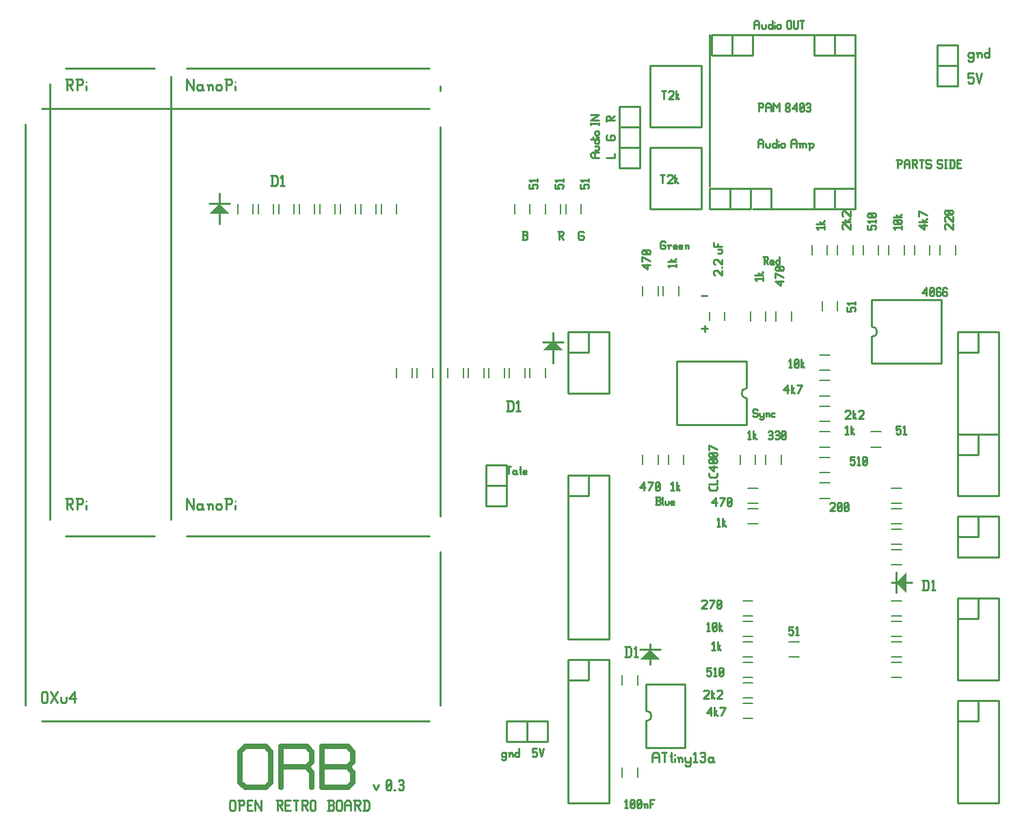
<source format=gto>
G04 start of page 11 for group -4079 idx -4079 *
G04 Title: (unknown), topsilk *
G04 Creator: pcb 20140316 *
G04 CreationDate: Sat 08 Jul 2017 15:17:32 GMT UTC *
G04 For: ole *
G04 Format: Gerber/RS-274X *
G04 PCB-Dimensions (mil): 7000.00 6000.00 *
G04 PCB-Coordinate-Origin: lower left *
%MOIN*%
%FSLAX25Y25*%
%LNTOPSILK*%
%ADD92C,0.0080*%
%ADD91C,0.0250*%
%ADD90C,0.0100*%
%ADD89C,0.0001*%
G54D89*G36*
X535000Y242500D02*X540000Y247500D01*
Y237500D01*
X535000Y242500D01*
G37*
G36*
X415000Y210000D02*X420000Y205000D01*
X410000D01*
X415000Y210000D01*
G37*
G36*
X367500Y361000D02*X372500Y356000D01*
X362500D01*
X367500Y361000D01*
G37*
G36*
X205000Y427500D02*X210000Y422500D01*
X200000D01*
X205000Y427500D01*
G37*
G54D90*X129921Y493701D02*X173228D01*
X122047Y485827D02*Y273228D01*
X129921Y265354D02*X173228D01*
X110236Y466142D02*Y182677D01*
X181102Y489764D02*Y273228D01*
X205000Y432500D02*Y417500D01*
X200000Y427500D02*X210000D01*
X312461Y465079D02*X312500Y275000D01*
X312461Y182677D02*Y257480D01*
X400000Y475000D02*Y465000D01*
X415000Y425000D02*Y455000D01*
X464000Y435000D02*X474000D01*
X415000Y212500D02*Y202500D01*
X367500Y364500D02*Y349500D01*
X362500Y360000D02*X372500D01*
X188976Y265354D02*X307087D01*
X118110Y174803D02*X307087D01*
X410000Y210000D02*X420000D01*
X542500Y242500D02*X532500D01*
X535000Y247500D02*Y237500D01*
G54D91*X215000Y160000D02*X217500Y162500D01*
X215000Y145000D02*Y160000D01*
X217500Y162500D02*X227500D01*
X230000Y160000D01*
X217500Y142500D02*X215000Y145000D01*
X230000Y160000D02*Y145000D01*
X227500Y142500D01*
X217500D01*
X235000Y162500D02*Y142500D01*
X247500Y152500D02*X235000D01*
X250000Y150000D02*Y142500D01*
X255000Y162500D02*Y142500D01*
X235000Y162500D02*X247500D01*
X250000Y160000D01*
Y155000D01*
X247500Y152500D01*
X250000Y150000D01*
X255000Y162500D02*X267500D01*
X270000Y160000D01*
X267500Y152500D02*X255000D01*
X270000Y160000D02*Y155000D01*
X267500Y152500D01*
X270000Y150000D01*
Y145000D01*
X267500Y142500D01*
X255000D01*
G54D90*X440000Y382500D02*X442500D01*
X441500Y368000D02*Y365000D01*
X440000Y366500D02*X443000D01*
X440000Y455000D02*Y425000D01*
X444000Y510000D02*Y436000D01*
X415000Y455000D02*X440000D01*
Y425000D02*X415000D01*
X474000Y435000D02*Y425000D01*
X465000D02*X495000D01*
X440000Y495000D02*X415000D01*
Y465000D01*
X440000D01*
Y495000D01*
X410000Y475000D02*Y465000D01*
X400000Y475000D02*X410000D01*
X465000Y510000D02*X495000D01*
X515000Y500000D02*Y435000D01*
X188976Y493701D02*X307087D01*
Y474016D02*X118110D01*
X312500Y485000D02*Y482500D01*
X421760Y409120D02*X422200Y408680D01*
X420440Y409120D02*X421760D01*
X420000Y408680D02*X420440Y409120D01*
X420000Y408680D02*Y406040D01*
X420440Y405600D01*
X421760D01*
X422200Y406040D01*
Y406920D02*Y406040D01*
X421760Y407360D02*X422200Y406920D01*
X420880Y407360D02*X421760D01*
X423696Y406920D02*Y405600D01*
Y406920D02*X424136Y407360D01*
X425016D01*
X423256D02*X423696Y406920D01*
X426512Y405600D02*X427832D01*
X426072Y406040D02*X426512Y405600D01*
X426072Y406920D02*Y406040D01*
Y406920D02*X426512Y407360D01*
X427392D01*
X427832Y406920D01*
X426072Y406480D02*X427832D01*
Y406920D02*Y406480D01*
X429328Y405600D02*X430648D01*
X428888Y406040D02*X429328Y405600D01*
X428888Y406920D02*Y406040D01*
Y406920D02*X429328Y407360D01*
X430208D01*
X430648Y406920D01*
X428888Y406480D02*X430648D01*
Y406920D02*Y406480D01*
X432144Y406920D02*Y405600D01*
Y406920D02*X432584Y407360D01*
X433024D01*
X433464Y406920D01*
Y405600D01*
X431704Y407360D02*X432144Y406920D01*
X420000Y441500D02*X422000D01*
X421000D02*Y437500D01*
X423200Y441000D02*X423700Y441500D01*
X425200D01*
X425700Y441000D01*
Y440000D01*
X423200Y437500D02*X425700Y440000D01*
X423200Y437500D02*X425700D01*
X426900Y441500D02*Y437500D01*
Y439000D02*X428400Y437500D01*
X426900Y439000D02*X427900Y440000D01*
X420500Y482500D02*X422500D01*
X421500D02*Y478500D01*
X423700Y482000D02*X424200Y482500D01*
X425700D01*
X426200Y482000D01*
Y481000D01*
X423700Y478500D02*X426200Y481000D01*
X423700Y478500D02*X426200D01*
X427400Y482500D02*Y478500D01*
Y480000D02*X428900Y478500D01*
X427400Y480000D02*X428400Y481000D01*
X393500Y450000D02*X397500D01*
Y452000D02*Y450000D01*
X393500Y460600D02*X394000Y461100D01*
X393500Y460600D02*Y459100D01*
X394000Y458600D02*X393500Y459100D01*
X394000Y458600D02*X397000D01*
X397500Y459100D01*
Y460600D02*Y459100D01*
Y460600D02*X397000Y461100D01*
X396000D02*X397000D01*
X395500Y460600D02*X396000Y461100D01*
X395500Y460600D02*Y459600D01*
X393500Y469700D02*Y467700D01*
Y469700D02*X394000Y470200D01*
X395000D01*
X395500Y469700D02*X395000Y470200D01*
X395500Y469700D02*Y468200D01*
X393500D02*X397500D01*
X395500Y469000D02*X397500Y470200D01*
X387000Y450000D02*X390000D01*
X387000D02*X386000Y450700D01*
Y451800D02*Y450700D01*
Y451800D02*X387000Y452500D01*
X390000D01*
X388000D02*Y450000D01*
Y453700D02*X389500D01*
X390000Y454200D01*
Y455200D02*Y454200D01*
Y455200D02*X389500Y455700D01*
X388000D02*X389500D01*
X386000Y458900D02*X390000D01*
Y458400D02*X389500Y458900D01*
X390000Y458400D02*Y457400D01*
X389500Y456900D02*X390000Y457400D01*
X388500Y456900D02*X389500D01*
X388500D02*X388000Y457400D01*
Y458400D02*Y457400D01*
Y458400D02*X388500Y458900D01*
X387000Y460100D02*X387100D01*
X388500D02*X390000D01*
X388500Y461100D02*X389500D01*
X388500D02*X388000Y461600D01*
Y462600D02*Y461600D01*
Y462600D02*X388500Y463100D01*
X389500D01*
X390000Y462600D02*X389500Y463100D01*
X390000Y462600D02*Y461600D01*
X389500Y461100D02*X390000Y461600D01*
X386000Y467100D02*Y466100D01*
Y466600D02*X390000D01*
Y467100D02*Y466100D01*
X386000Y468300D02*X390000D01*
X386000D02*X390000Y470800D01*
X386000D02*X390000D01*
X129921Y488424D02*X132601D01*
X133271Y487754D01*
Y486414D01*
X132601Y485744D02*X133271Y486414D01*
X130591Y485744D02*X132601D01*
X130591Y488424D02*Y483064D01*
X131663Y485744D02*X133271Y483064D01*
X135549Y488424D02*Y483064D01*
X134879Y488424D02*X137559D01*
X138229Y487754D01*
Y486414D01*
X137559Y485744D02*X138229Y486414D01*
X135549Y485744D02*X137559D01*
X139837Y487084D02*Y486950D01*
Y485074D02*Y483064D01*
X188976Y488424D02*Y483064D01*
Y488424D02*X192326Y483064D01*
Y488424D02*Y483064D01*
X195944Y485744D02*X196614Y485074D01*
X194604Y485744D02*X195944D01*
X193934Y485074D02*X194604Y485744D01*
X193934Y485074D02*Y483734D01*
X194604Y483064D01*
X196614Y485744D02*Y483734D01*
X197284Y483064D01*
X194604D02*X195944D01*
X196614Y483734D01*
X199562Y485074D02*Y483064D01*
Y485074D02*X200232Y485744D01*
X200902D01*
X201572Y485074D01*
Y483064D01*
X198892Y485744D02*X199562Y485074D01*
X203180D02*Y483734D01*
Y485074D02*X203850Y485744D01*
X205190D01*
X205860Y485074D01*
Y483734D01*
X205190Y483064D02*X205860Y483734D01*
X203850Y483064D02*X205190D01*
X203180Y483734D02*X203850Y483064D01*
X208138Y488424D02*Y483064D01*
X207468Y488424D02*X210148D01*
X210818Y487754D01*
Y486414D01*
X210148Y485744D02*X210818Y486414D01*
X208138Y485744D02*X210148D01*
X212426Y487084D02*Y486950D01*
Y485074D02*Y483064D01*
X352500Y410000D02*X354500D01*
X355000Y410500D01*
Y411700D02*Y410500D01*
X354500Y412200D02*X355000Y411700D01*
X353000Y412200D02*X354500D01*
X353000Y414000D02*Y410000D01*
X352500Y414000D02*X354500D01*
X355000Y413500D01*
Y412700D01*
X354500Y412200D02*X355000Y412700D01*
X370000Y414000D02*X372000D01*
X372500Y413500D01*
Y412500D01*
X372000Y412000D02*X372500Y412500D01*
X370500Y412000D02*X372000D01*
X370500Y414000D02*Y410000D01*
X371300Y412000D02*X372500Y410000D01*
X382000Y414000D02*X382500Y413500D01*
X380500Y414000D02*X382000D01*
X380000Y413500D02*X380500Y414000D01*
X380000Y413500D02*Y410500D01*
X380500Y410000D01*
X382000D01*
X382500Y410500D01*
Y411500D02*Y410500D01*
X382000Y412000D02*X382500Y411500D01*
X381000Y412000D02*X382000D01*
X356000Y437000D02*Y435000D01*
X358000D01*
X357500Y435500D01*
Y436500D02*Y435500D01*
Y436500D02*X358000Y437000D01*
X359500D01*
X360000Y436500D02*X359500Y437000D01*
X360000Y436500D02*Y435500D01*
X359500Y435000D02*X360000Y435500D01*
X356800Y438200D02*X356000Y439000D01*
X360000D01*
Y439700D02*Y438200D01*
X368500Y437000D02*Y435000D01*
X370500D01*
X370000Y435500D01*
Y436500D02*Y435500D01*
Y436500D02*X370500Y437000D01*
X372000D01*
X372500Y436500D02*X372000Y437000D01*
X372500Y436500D02*Y435500D01*
X372000Y435000D02*X372500Y435500D01*
X369300Y438200D02*X368500Y439000D01*
X372500D01*
Y439700D02*Y438200D01*
X381000Y437000D02*Y435000D01*
X383000D01*
X382500Y435500D01*
Y436500D02*Y435500D01*
Y436500D02*X383000Y437000D01*
X384500D01*
X385000Y436500D02*X384500Y437000D01*
X385000Y436500D02*Y435500D01*
X384500Y435000D02*X385000Y435500D01*
X381800Y438200D02*X381000Y439000D01*
X385000D01*
Y439700D02*Y438200D01*
X230610Y441280D02*Y436400D01*
X232196Y441280D02*X233050Y440426D01*
Y437254D01*
X232196Y436400D02*X233050Y437254D01*
X230000Y436400D02*X232196D01*
X230000Y441280D02*X232196D01*
X234514Y440304D02*X235490Y441280D01*
Y436400D01*
X234514D02*X236344D01*
X129921Y283699D02*X132601D01*
X133271Y283029D01*
Y281689D01*
X132601Y281019D02*X133271Y281689D01*
X130591Y281019D02*X132601D01*
X130591Y283699D02*Y278339D01*
X131663Y281019D02*X133271Y278339D01*
X135549Y283699D02*Y278339D01*
X134879Y283699D02*X137559D01*
X138229Y283029D01*
Y281689D01*
X137559Y281019D02*X138229Y281689D01*
X135549Y281019D02*X137559D01*
X139837Y282359D02*Y282225D01*
Y280349D02*Y278339D01*
X188976Y283699D02*Y278339D01*
Y283699D02*X192326Y278339D01*
Y283699D02*Y278339D01*
X195944Y281019D02*X196614Y280349D01*
X194604Y281019D02*X195944D01*
X193934Y280349D02*X194604Y281019D01*
X193934Y280349D02*Y279009D01*
X194604Y278339D01*
X196614Y281019D02*Y279009D01*
X197284Y278339D01*
X194604D02*X195944D01*
X196614Y279009D01*
X199562Y280349D02*Y278339D01*
Y280349D02*X200232Y281019D01*
X200902D01*
X201572Y280349D01*
Y278339D01*
X198892Y281019D02*X199562Y280349D01*
X203180D02*Y279009D01*
Y280349D02*X203850Y281019D01*
X205190D01*
X205860Y280349D01*
Y279009D01*
X205190Y278339D02*X205860Y279009D01*
X203850Y278339D02*X205190D01*
X203180Y279009D02*X203850Y278339D01*
X208138Y283699D02*Y278339D01*
X207468Y283699D02*X210148D01*
X210818Y283029D01*
Y281689D01*
X210148Y281019D02*X210818Y281689D01*
X208138Y281019D02*X210148D01*
X212426Y282359D02*Y282225D01*
Y280349D02*Y278339D01*
X118110Y188541D02*Y184521D01*
Y188541D02*X118780Y189211D01*
X120120D01*
X120790Y188541D01*
Y184521D01*
X120120Y183851D02*X120790Y184521D01*
X118780Y183851D02*X120120D01*
X118110Y184521D02*X118780Y183851D01*
X122398D02*X125748Y189211D01*
X122398D02*X125748Y183851D01*
X127356Y186531D02*Y184521D01*
X128026Y183851D01*
X129366D01*
X130036Y184521D01*
Y186531D02*Y184521D01*
X131644Y185861D02*X134324Y189211D01*
X131644Y185861D02*X134994D01*
X134324Y189211D02*Y183851D01*
X257500Y131450D02*X259920D01*
X260525Y132055D01*
Y133507D02*Y132055D01*
X259920Y134112D02*X260525Y133507D01*
X258105Y134112D02*X259920D01*
X258105Y136290D02*Y131450D01*
X257500Y136290D02*X259920D01*
X260525Y135685D01*
Y134717D01*
X259920Y134112D02*X260525Y134717D01*
X261977Y135685D02*Y132055D01*
Y135685D02*X262582Y136290D01*
X263792D01*
X264397Y135685D01*
Y132055D01*
X263792Y131450D02*X264397Y132055D01*
X262582Y131450D02*X263792D01*
X261977Y132055D02*X262582Y131450D01*
X265849Y135080D02*Y131450D01*
Y135080D02*X266696Y136290D01*
X268027D01*
X268874Y135080D01*
Y131450D01*
X265849Y133870D02*X268874D01*
X270326Y136290D02*X272746D01*
X273351Y135685D01*
Y134475D01*
X272746Y133870D02*X273351Y134475D01*
X270931Y133870D02*X272746D01*
X270931Y136290D02*Y131450D01*
X271899Y133870D02*X273351Y131450D01*
X275408Y136290D02*Y131450D01*
X276981Y136290D02*X277828Y135443D01*
Y132297D01*
X276981Y131450D02*X277828Y132297D01*
X274803Y131450D02*X276981D01*
X274803Y136290D02*X276981D01*
X280000Y143840D02*X281220Y141400D01*
X282440Y143840D02*X281220Y141400D01*
X286100Y142010D02*X286710Y141400D01*
X286100Y145670D02*Y142010D01*
Y145670D02*X286710Y146280D01*
X287930D01*
X288540Y145670D01*
Y142010D01*
X287930Y141400D02*X288540Y142010D01*
X286710Y141400D02*X287930D01*
X286100Y142620D02*X288540Y145060D01*
X290004Y141400D02*X290614D01*
X292078Y145670D02*X292688Y146280D01*
X293908D01*
X294518Y145670D01*
X293908Y141400D02*X294518Y142010D01*
X292688Y141400D02*X293908D01*
X292078Y142010D02*X292688Y141400D01*
Y144084D02*X293908D01*
X294518Y145670D02*Y144694D01*
Y143474D02*Y142010D01*
Y143474D02*X293908Y144084D01*
X294518Y144694D02*X293908Y144084D01*
X210000Y135685D02*Y132055D01*
Y135685D02*X210605Y136290D01*
X211815D01*
X212420Y135685D01*
Y132055D01*
X211815Y131450D02*X212420Y132055D01*
X210605Y131450D02*X211815D01*
X210000Y132055D02*X210605Y131450D01*
X214477Y136290D02*Y131450D01*
X213872Y136290D02*X216292D01*
X216897Y135685D01*
Y134475D01*
X216292Y133870D02*X216897Y134475D01*
X214477Y133870D02*X216292D01*
X218349Y134112D02*X220164D01*
X218349Y131450D02*X220769D01*
X218349Y136290D02*Y131450D01*
Y136290D02*X220769D01*
X222221D02*Y131450D01*
Y136290D02*X225246Y131450D01*
Y136290D02*Y131450D01*
X470000Y401620D02*X471760D01*
X472200Y401180D01*
Y400300D01*
X471760Y399860D02*X472200Y400300D01*
X470440Y399860D02*X471760D01*
X470440Y401620D02*Y398100D01*
X471144Y399860D02*X472200Y398100D01*
X473696D02*X475016D01*
X473256Y398540D02*X473696Y398100D01*
X473256Y399420D02*Y398540D01*
Y399420D02*X473696Y399860D01*
X474576D01*
X475016Y399420D01*
X473256Y398980D02*X475016D01*
Y399420D02*Y398980D01*
X477832Y401620D02*Y398100D01*
X477392D02*X477832Y398540D01*
X476512Y398100D02*X477392D01*
X476072Y398540D02*X476512Y398100D01*
X476072Y399420D02*Y398540D01*
Y399420D02*X476512Y399860D01*
X477392D01*
X477832Y399420D01*
X466800Y390000D02*X466000Y390800D01*
X470000D01*
Y391500D02*Y390000D01*
X466000Y392700D02*X470000D01*
X468500D02*X470000Y394200D01*
X468500Y392700D02*X467500Y393700D01*
X424300Y396500D02*X423500Y397300D01*
X427500D01*
Y398000D02*Y396500D01*
X423500Y399200D02*X427500D01*
X426000D02*X427500Y400700D01*
X426000Y399200D02*X425000Y400200D01*
X478500Y387500D02*X476000Y389500D01*
X478500Y390000D02*Y387500D01*
X476000Y389500D02*X480000D01*
Y391700D02*X476000Y393700D01*
Y391200D01*
X479500Y394900D02*X480000Y395400D01*
X476500Y394900D02*X479500D01*
X476500D02*X476000Y395400D01*
Y396400D02*Y395400D01*
Y396400D02*X476500Y396900D01*
X479500D01*
X480000Y396400D02*X479500Y396900D01*
X480000Y396400D02*Y395400D01*
X479000Y394900D02*X477000Y396900D01*
X413500Y395500D02*X411000Y397500D01*
X413500Y398000D02*Y395500D01*
X411000Y397500D02*X415000D01*
Y399700D02*X411000Y401700D01*
Y399200D01*
X414500Y402900D02*X415000Y403400D01*
X411500Y402900D02*X414500D01*
X411500D02*X411000Y403400D01*
Y404400D02*Y403400D01*
Y404400D02*X411500Y404900D01*
X414500D01*
X415000Y404400D02*X414500Y404900D01*
X415000Y404400D02*Y403400D01*
X414000Y402900D02*X412000Y404900D01*
X446500Y392500D02*X446000Y393000D01*
Y394500D02*Y393000D01*
Y394500D02*X446500Y395000D01*
X447500D01*
X450000Y392500D02*X447500Y395000D01*
X450000D02*Y392500D01*
Y396700D02*Y396200D01*
X446500Y397900D02*X446000Y398400D01*
Y399900D02*Y398400D01*
Y399900D02*X446500Y400400D01*
X447500D01*
X450000Y397900D02*X447500Y400400D01*
X450000D02*Y397900D01*
X448000Y403400D02*X449500D01*
X450000Y403900D01*
Y404900D02*Y403900D01*
Y404900D02*X449500Y405400D01*
X448000D02*X449500D01*
X446000Y406600D02*X450000D01*
X446000Y408600D02*Y406600D01*
X447800Y408100D02*Y406600D01*
X535500Y449000D02*Y445000D01*
X535000Y449000D02*X537000D01*
X537500Y448500D01*
Y447500D01*
X537000Y447000D02*X537500Y447500D01*
X535500Y447000D02*X537000D01*
X538700Y448000D02*Y445000D01*
Y448000D02*X539400Y449000D01*
X540500D01*
X541200Y448000D01*
Y445000D01*
X538700Y447000D02*X541200D01*
X542400Y449000D02*X544400D01*
X544900Y448500D01*
Y447500D01*
X544400Y447000D02*X544900Y447500D01*
X542900Y447000D02*X544400D01*
X542900Y449000D02*Y445000D01*
X543700Y447000D02*X544900Y445000D01*
X546100Y449000D02*X548100D01*
X547100D02*Y445000D01*
X551300Y449000D02*X551800Y448500D01*
X549800Y449000D02*X551300D01*
X549300Y448500D02*X549800Y449000D01*
X549300Y448500D02*Y447500D01*
X549800Y447000D01*
X551300D01*
X551800Y446500D01*
Y445500D01*
X551300Y445000D02*X551800Y445500D01*
X549800Y445000D02*X551300D01*
X549300Y445500D02*X549800Y445000D01*
X556800Y449000D02*X557300Y448500D01*
X555300Y449000D02*X556800D01*
X554800Y448500D02*X555300Y449000D01*
X554800Y448500D02*Y447500D01*
X555300Y447000D01*
X556800D01*
X557300Y446500D01*
Y445500D01*
X556800Y445000D02*X557300Y445500D01*
X555300Y445000D02*X556800D01*
X554800Y445500D02*X555300Y445000D01*
X558500Y449000D02*X559500D01*
X559000D02*Y445000D01*
X558500D02*X559500D01*
X561200Y449000D02*Y445000D01*
X562500Y449000D02*X563200Y448300D01*
Y445700D01*
X562500Y445000D02*X563200Y445700D01*
X560700Y445000D02*X562500D01*
X560700Y449000D02*X562500D01*
X564400Y447200D02*X565900D01*
X564400Y445000D02*X566400D01*
X564400Y449000D02*Y445000D01*
Y449000D02*X566400D01*
X570000Y491280D02*X572440D01*
X570000D02*Y488840D01*
X570610Y489450D01*
X571830D01*
X572440Y488840D01*
Y487010D01*
X571830Y486400D02*X572440Y487010D01*
X570610Y486400D02*X571830D01*
X570000Y487010D02*X570610Y486400D01*
X573904Y491280D02*X575124Y486400D01*
X576344Y491280D01*
X571830Y501340D02*X572440Y500730D01*
X570610Y501340D02*X571830D01*
X570000Y500730D02*X570610Y501340D01*
X570000Y500730D02*Y499510D01*
X570610Y498900D01*
X571830D01*
X572440Y499510D01*
X570000Y497680D02*X570610Y497070D01*
X571830D01*
X572440Y497680D01*
Y501340D02*Y497680D01*
X574514Y500730D02*Y498900D01*
Y500730D02*X575124Y501340D01*
X575734D01*
X576344Y500730D01*
Y498900D01*
X573904Y501340D02*X574514Y500730D01*
X580248Y503780D02*Y498900D01*
X579638D02*X580248Y499510D01*
X578418Y498900D02*X579638D01*
X577808Y499510D02*X578418Y498900D01*
X577808Y500730D02*Y499510D01*
Y500730D02*X578418Y501340D01*
X579638D01*
X580248Y500730D01*
X548500Y415000D02*X546000Y417000D01*
X548500Y417500D02*Y415000D01*
X546000Y417000D02*X550000D01*
X546000Y418700D02*X550000D01*
X548500D02*X550000Y420200D01*
X548500Y418700D02*X547500Y419700D01*
X550000Y421900D02*X546000Y423900D01*
Y421400D01*
X534300Y415000D02*X533500Y415800D01*
X537500D01*
Y416500D02*Y415000D01*
X537000Y417700D02*X537500Y418200D01*
X534000Y417700D02*X537000D01*
X534000D02*X533500Y418200D01*
Y419200D02*Y418200D01*
Y419200D02*X534000Y419700D01*
X537000D01*
X537500Y419200D02*X537000Y419700D01*
X537500Y419200D02*Y418200D01*
X536500Y417700D02*X534500Y419700D01*
X533500Y420900D02*X537500D01*
X536000D02*X537500Y422400D01*
X536000Y420900D02*X535000Y421900D01*
X559000Y415000D02*X558500Y415500D01*
Y417000D02*Y415500D01*
Y417000D02*X559000Y417500D01*
X560000D01*
X562500Y415000D02*X560000Y417500D01*
X562500D02*Y415000D01*
X559000Y418700D02*X558500Y419200D01*
Y420700D02*Y419200D01*
Y420700D02*X559000Y421200D01*
X560000D01*
X562500Y418700D02*X560000Y421200D01*
X562500D02*Y418700D01*
X562000Y422400D02*X562500Y422900D01*
X559000Y422400D02*X562000D01*
X559000D02*X558500Y422900D01*
Y423900D02*Y422900D01*
Y423900D02*X559000Y424400D01*
X562000D01*
X562500Y423900D02*X562000Y424400D01*
X562500Y423900D02*Y422900D01*
X561500Y422400D02*X559500Y424400D01*
X521000Y417000D02*Y415000D01*
X523000D01*
X522500Y415500D01*
Y416500D02*Y415500D01*
Y416500D02*X523000Y417000D01*
X524500D01*
X525000Y416500D02*X524500Y417000D01*
X525000Y416500D02*Y415500D01*
X524500Y415000D02*X525000Y415500D01*
X521800Y418200D02*X521000Y419000D01*
X525000D01*
Y419700D02*Y418200D01*
X524500Y420900D02*X525000Y421400D01*
X521500Y420900D02*X524500D01*
X521500D02*X521000Y421400D01*
Y422400D02*Y421400D01*
Y422400D02*X521500Y422900D01*
X524500D01*
X525000Y422400D02*X524500Y422900D01*
X525000Y422400D02*Y421400D01*
X524000Y420900D02*X522000Y422900D01*
X509000Y415000D02*X508500Y415500D01*
Y417000D02*Y415500D01*
Y417000D02*X509000Y417500D01*
X510000D01*
X512500Y415000D02*X510000Y417500D01*
X512500D02*Y415000D01*
X508500Y418700D02*X512500D01*
X511000D02*X512500Y420200D01*
X511000Y418700D02*X510000Y419700D01*
X509000Y421400D02*X508500Y421900D01*
Y423400D02*Y421900D01*
Y423400D02*X509000Y423900D01*
X510000D01*
X512500Y421400D02*X510000Y423900D01*
X512500D02*Y421400D01*
X496800Y415000D02*X496000Y415800D01*
X500000D01*
Y416500D02*Y415000D01*
X496000Y417700D02*X500000D01*
X498500D02*X500000Y419200D01*
X498500Y417700D02*X497500Y418700D01*
X511000Y377000D02*Y375000D01*
X513000D01*
X512500Y375500D01*
Y376500D02*Y375500D01*
Y376500D02*X513000Y377000D01*
X514500D01*
X515000Y376500D02*X514500Y377000D01*
X515000Y376500D02*Y375500D01*
X514500Y375000D02*X515000Y375500D01*
X511800Y378200D02*X511000Y379000D01*
X515000D01*
Y379700D02*Y378200D01*
X547500Y384000D02*X549500Y386500D01*
X547500Y384000D02*X550000D01*
X549500Y386500D02*Y382500D01*
X551200Y383000D02*X551700Y382500D01*
X551200Y386000D02*Y383000D01*
Y386000D02*X551700Y386500D01*
X552700D01*
X553200Y386000D01*
Y383000D01*
X552700Y382500D02*X553200Y383000D01*
X551700Y382500D02*X552700D01*
X551200Y383500D02*X553200Y385500D01*
X555900Y386500D02*X556400Y386000D01*
X554900Y386500D02*X555900D01*
X554400Y386000D02*X554900Y386500D01*
X554400Y386000D02*Y383000D01*
X554900Y382500D01*
X555900Y384700D02*X556400Y384200D01*
X554400Y384700D02*X555900D01*
X554900Y382500D02*X555900D01*
X556400Y383000D01*
Y384200D02*Y383000D01*
X559100Y386500D02*X559600Y386000D01*
X558100Y386500D02*X559100D01*
X557600Y386000D02*X558100Y386500D01*
X557600Y386000D02*Y383000D01*
X558100Y382500D01*
X559100Y384700D02*X559600Y384200D01*
X557600Y384700D02*X559100D01*
X558100Y382500D02*X559100D01*
X559600Y383000D01*
Y384200D02*Y383000D01*
X465500Y516000D02*Y513000D01*
Y516000D02*X466200Y517000D01*
X467300D01*
X468000Y516000D01*
Y513000D01*
X465500Y515000D02*X468000D01*
X469200D02*Y513500D01*
X469700Y513000D01*
X470700D01*
X471200Y513500D01*
Y515000D02*Y513500D01*
X474400Y517000D02*Y513000D01*
X473900D02*X474400Y513500D01*
X472900Y513000D02*X473900D01*
X472400Y513500D02*X472900Y513000D01*
X472400Y514500D02*Y513500D01*
Y514500D02*X472900Y515000D01*
X473900D01*
X474400Y514500D01*
X475600Y516000D02*Y515900D01*
Y514500D02*Y513000D01*
X476600Y514500D02*Y513500D01*
Y514500D02*X477100Y515000D01*
X478100D01*
X478600Y514500D01*
Y513500D01*
X478100Y513000D02*X478600Y513500D01*
X477100Y513000D02*X478100D01*
X476600Y513500D02*X477100Y513000D01*
X481600Y516500D02*Y513500D01*
Y516500D02*X482100Y517000D01*
X483100D01*
X483600Y516500D01*
Y513500D01*
X483100Y513000D02*X483600Y513500D01*
X482100Y513000D02*X483100D01*
X481600Y513500D02*X482100Y513000D01*
X484800Y517000D02*Y513500D01*
X485300Y513000D01*
X486300D01*
X486800Y513500D01*
Y517000D02*Y513500D01*
X488000Y517000D02*X490000D01*
X489000D02*Y513000D01*
X468000Y476500D02*Y472500D01*
X467500Y476500D02*X469500D01*
X470000Y476000D01*
Y475000D01*
X469500Y474500D02*X470000Y475000D01*
X468000Y474500D02*X469500D01*
X471200Y475500D02*Y472500D01*
Y475500D02*X471900Y476500D01*
X473000D01*
X473700Y475500D01*
Y472500D01*
X471200Y474500D02*X473700D01*
X474900Y476500D02*Y472500D01*
Y476500D02*X476400Y474500D01*
X477900Y476500D01*
Y472500D01*
X480900Y473000D02*X481400Y472500D01*
X480900Y473800D02*Y473000D01*
Y473800D02*X481600Y474500D01*
X482200D01*
X482900Y473800D01*
Y473000D01*
X482400Y472500D02*X482900Y473000D01*
X481400Y472500D02*X482400D01*
X480900Y475200D02*X481600Y474500D01*
X480900Y476000D02*Y475200D01*
Y476000D02*X481400Y476500D01*
X482400D01*
X482900Y476000D01*
Y475200D01*
X482200Y474500D02*X482900Y475200D01*
X484100Y474000D02*X486100Y476500D01*
X484100Y474000D02*X486600D01*
X486100Y476500D02*Y472500D01*
X487800Y473000D02*X488300Y472500D01*
X487800Y476000D02*Y473000D01*
Y476000D02*X488300Y476500D01*
X489300D01*
X489800Y476000D01*
Y473000D01*
X489300Y472500D02*X489800Y473000D01*
X488300Y472500D02*X489300D01*
X487800Y473500D02*X489800Y475500D01*
X491000Y476000D02*X491500Y476500D01*
X492500D01*
X493000Y476000D01*
X492500Y472500D02*X493000Y473000D01*
X491500Y472500D02*X492500D01*
X491000Y473000D02*X491500Y472500D01*
Y474700D02*X492500D01*
X493000Y476000D02*Y475200D01*
Y474200D02*Y473000D01*
Y474200D02*X492500Y474700D01*
X493000Y475200D02*X492500Y474700D01*
X467500Y458000D02*Y455000D01*
Y458000D02*X468200Y459000D01*
X469300D01*
X470000Y458000D01*
Y455000D01*
X467500Y457000D02*X470000D01*
X471200D02*Y455500D01*
X471700Y455000D01*
X472700D01*
X473200Y455500D01*
Y457000D02*Y455500D01*
X476400Y459000D02*Y455000D01*
X475900D02*X476400Y455500D01*
X474900Y455000D02*X475900D01*
X474400Y455500D02*X474900Y455000D01*
X474400Y456500D02*Y455500D01*
Y456500D02*X474900Y457000D01*
X475900D01*
X476400Y456500D01*
X477600Y458000D02*Y457900D01*
Y456500D02*Y455000D01*
X478600Y456500D02*Y455500D01*
Y456500D02*X479100Y457000D01*
X480100D01*
X480600Y456500D01*
Y455500D01*
X480100Y455000D02*X480600Y455500D01*
X479100Y455000D02*X480100D01*
X478600Y455500D02*X479100Y455000D01*
X483600Y458000D02*Y455000D01*
Y458000D02*X484300Y459000D01*
X485400D01*
X486100Y458000D01*
Y455000D01*
X483600Y457000D02*X486100D01*
X487800Y456500D02*Y455000D01*
Y456500D02*X488300Y457000D01*
X488800D01*
X489300Y456500D01*
Y455000D01*
Y456500D02*X489800Y457000D01*
X490300D01*
X490800Y456500D01*
Y455000D01*
X487300Y457000D02*X487800Y456500D01*
X492500D02*Y453500D01*
X492000Y457000D02*X492500Y456500D01*
X493000Y457000D01*
X494000D01*
X494500Y456500D01*
Y455500D01*
X494000Y455000D02*X494500Y455500D01*
X493000Y455000D02*X494000D01*
X492500Y455500D02*X493000Y455000D01*
X466760Y327120D02*X467200Y326680D01*
X465440Y327120D02*X466760D01*
X465000Y326680D02*X465440Y327120D01*
X465000Y326680D02*Y325800D01*
X465440Y325360D01*
X466760D01*
X467200Y324920D01*
Y324040D01*
X466760Y323600D02*X467200Y324040D01*
X465440Y323600D02*X466760D01*
X465000Y324040D02*X465440Y323600D01*
X468256Y325360D02*Y324040D01*
X468696Y323600D01*
X470016Y325360D02*Y322720D01*
X469576Y322280D02*X470016Y322720D01*
X468696Y322280D02*X469576D01*
X468256Y322720D02*X468696Y322280D01*
Y323600D02*X469576D01*
X470016Y324040D01*
X471512Y324920D02*Y323600D01*
Y324920D02*X471952Y325360D01*
X472392D01*
X472832Y324920D01*
Y323600D01*
X471072Y325360D02*X471512Y324920D01*
X474328Y325360D02*X475648D01*
X473888Y324920D02*X474328Y325360D01*
X473888Y324920D02*Y324040D01*
X474328Y323600D01*
X475648D01*
X417500Y280600D02*X419260D01*
X419700Y281040D01*
Y282096D02*Y281040D01*
X419260Y282536D02*X419700Y282096D01*
X417940Y282536D02*X419260D01*
X417940Y284120D02*Y280600D01*
X417500Y284120D02*X419260D01*
X419700Y283680D01*
Y282976D01*
X419260Y282536D02*X419700Y282976D01*
X420756Y284120D02*Y281040D01*
X421196Y280600D01*
X422076Y282360D02*Y281040D01*
X422516Y280600D01*
X423396D01*
X423836Y281040D01*
Y282360D02*Y281040D01*
X425332Y280600D02*X426652D01*
X424892Y281040D02*X425332Y280600D01*
X424892Y281920D02*Y281040D01*
Y281920D02*X425332Y282360D01*
X426212D01*
X426652Y281920D01*
X424892Y281480D02*X426652D01*
Y281920D02*Y281480D01*
X425000Y290700D02*X425800Y291500D01*
Y287500D01*
X425000D02*X426500D01*
X427700Y291500D02*Y287500D01*
Y289000D02*X429200Y287500D01*
X427700Y289000D02*X428700Y290000D01*
X410000Y289000D02*X412000Y291500D01*
X410000Y289000D02*X412500D01*
X412000Y291500D02*Y287500D01*
X414200D02*X416200Y291500D01*
X413700D02*X416200D01*
X417400Y288000D02*X417900Y287500D01*
X417400Y291000D02*Y288000D01*
Y291000D02*X417900Y291500D01*
X418900D01*
X419400Y291000D01*
Y288000D01*
X418900Y287500D02*X419400Y288000D01*
X417900Y287500D02*X418900D01*
X417400Y288500D02*X419400Y290500D01*
X462500Y315700D02*X463300Y316500D01*
Y312500D01*
X462500D02*X464000D01*
X465200Y316500D02*Y312500D01*
Y314000D02*X466700Y312500D01*
X465200Y314000D02*X466200Y315000D01*
X447500Y289500D02*Y288200D01*
X446800Y287500D02*X447500Y288200D01*
X444200Y287500D02*X446800D01*
X444200D02*X443500Y288200D01*
Y289500D02*Y288200D01*
Y290700D02*X447500D01*
Y292700D02*Y290700D01*
Y295900D02*Y294600D01*
X446800Y293900D02*X447500Y294600D01*
X444200Y293900D02*X446800D01*
X444200D02*X443500Y294600D01*
Y295900D02*Y294600D01*
X446000Y297100D02*X443500Y299100D01*
X446000Y299600D02*Y297100D01*
X443500Y299100D02*X447500D01*
X447000Y300800D02*X447500Y301300D01*
X444000Y300800D02*X447000D01*
X444000D02*X443500Y301300D01*
Y302300D02*Y301300D01*
Y302300D02*X444000Y302800D01*
X447000D01*
X447500Y302300D02*X447000Y302800D01*
X447500Y302300D02*Y301300D01*
X446500Y300800D02*X444500Y302800D01*
X447000Y304000D02*X447500Y304500D01*
X444000Y304000D02*X447000D01*
X444000D02*X443500Y304500D01*
Y305500D02*Y304500D01*
Y305500D02*X444000Y306000D01*
X447000D01*
X447500Y305500D02*X447000Y306000D01*
X447500Y305500D02*Y304500D01*
X446500Y304000D02*X444500Y306000D01*
X447500Y307700D02*X443500Y309700D01*
Y307200D01*
X472500Y316000D02*X473000Y316500D01*
X474000D01*
X474500Y316000D01*
X474000Y312500D02*X474500Y313000D01*
X473000Y312500D02*X474000D01*
X472500Y313000D02*X473000Y312500D01*
Y314700D02*X474000D01*
X474500Y316000D02*Y315200D01*
Y314200D02*Y313000D01*
Y314200D02*X474000Y314700D01*
X474500Y315200D02*X474000Y314700D01*
X475700Y316000D02*X476200Y316500D01*
X477200D01*
X477700Y316000D01*
X477200Y312500D02*X477700Y313000D01*
X476200Y312500D02*X477200D01*
X475700Y313000D02*X476200Y312500D01*
Y314700D02*X477200D01*
X477700Y316000D02*Y315200D01*
Y314200D02*Y313000D01*
Y314200D02*X477200Y314700D01*
X477700Y315200D02*X477200Y314700D01*
X478900Y313000D02*X479400Y312500D01*
X478900Y316000D02*Y313000D01*
Y316000D02*X479400Y316500D01*
X480400D01*
X480900Y316000D01*
Y313000D01*
X480400Y312500D02*X480900Y313000D01*
X479400Y312500D02*X480400D01*
X478900Y313500D02*X480900Y315500D01*
X512500Y304000D02*X514500D01*
X512500D02*Y302000D01*
X513000Y302500D01*
X514000D01*
X514500Y302000D01*
Y300500D01*
X514000Y300000D02*X514500Y300500D01*
X513000Y300000D02*X514000D01*
X512500Y300500D02*X513000Y300000D01*
X515700Y303200D02*X516500Y304000D01*
Y300000D01*
X515700D02*X517200D01*
X518400Y300500D02*X518900Y300000D01*
X518400Y303500D02*Y300500D01*
Y303500D02*X518900Y304000D01*
X519900D01*
X520400Y303500D01*
Y300500D01*
X519900Y300000D02*X520400Y300500D01*
X518900Y300000D02*X519900D01*
X518400Y301000D02*X520400Y303000D01*
X502500Y281000D02*X503000Y281500D01*
X504500D01*
X505000Y281000D01*
Y280000D01*
X502500Y277500D02*X505000Y280000D01*
X502500Y277500D02*X505000D01*
X506200Y278000D02*X506700Y277500D01*
X506200Y281000D02*Y278000D01*
Y281000D02*X506700Y281500D01*
X507700D01*
X508200Y281000D01*
Y278000D01*
X507700Y277500D02*X508200Y278000D01*
X506700Y277500D02*X507700D01*
X506200Y278500D02*X508200Y280500D01*
X509400Y278000D02*X509900Y277500D01*
X509400Y281000D02*Y278000D01*
Y281000D02*X509900Y281500D01*
X510900D01*
X511400Y281000D01*
Y278000D01*
X510900Y277500D02*X511400Y278000D01*
X509900Y277500D02*X510900D01*
X509400Y278500D02*X511400Y280500D01*
X510000Y326000D02*X510500Y326500D01*
X512000D01*
X512500Y326000D01*
Y325000D01*
X510000Y322500D02*X512500Y325000D01*
X510000Y322500D02*X512500D01*
X513700Y326500D02*Y322500D01*
Y324000D02*X515200Y322500D01*
X513700Y324000D02*X514700Y325000D01*
X516400Y326000D02*X516900Y326500D01*
X518400D01*
X518900Y326000D01*
Y325000D01*
X516400Y322500D02*X518900Y325000D01*
X516400Y322500D02*X518900D01*
X510000Y318200D02*X510800Y319000D01*
Y315000D01*
X510000D02*X511500D01*
X512700Y319000D02*Y315000D01*
Y316500D02*X514200Y315000D01*
X512700Y316500D02*X513700Y317500D01*
X535000Y319000D02*X537000D01*
X535000D02*Y317000D01*
X535500Y317500D01*
X536500D01*
X537000Y317000D01*
Y315500D01*
X536500Y315000D02*X537000Y315500D01*
X535500Y315000D02*X536500D01*
X535000Y315500D02*X535500Y315000D01*
X538200Y318200D02*X539000Y319000D01*
Y315000D01*
X538200D02*X539700D01*
X482500Y350700D02*X483300Y351500D01*
Y347500D01*
X482500D02*X484000D01*
X485200Y348000D02*X485700Y347500D01*
X485200Y351000D02*Y348000D01*
Y351000D02*X485700Y351500D01*
X486700D01*
X487200Y351000D01*
Y348000D01*
X486700Y347500D02*X487200Y348000D01*
X485700Y347500D02*X486700D01*
X485200Y348500D02*X487200Y350500D01*
X488400Y351500D02*Y347500D01*
Y349000D02*X489900Y347500D01*
X488400Y349000D02*X489400Y350000D01*
X480000Y336500D02*X482000Y339000D01*
X480000Y336500D02*X482500D01*
X482000Y339000D02*Y335000D01*
X483700Y339000D02*Y335000D01*
Y336500D02*X485200Y335000D01*
X483700Y336500D02*X484700Y337500D01*
X486900Y335000D02*X488900Y339000D01*
X486400D02*X488900D01*
X345610Y331280D02*Y326400D01*
X347196Y331280D02*X348050Y330426D01*
Y327254D01*
X347196Y326400D02*X348050Y327254D01*
X345000Y326400D02*X347196D01*
X345000Y331280D02*X347196D01*
X349514Y330304D02*X350490Y331280D01*
Y326400D01*
X349514D02*X351344D01*
X345000Y299120D02*X346760D01*
X345880D02*Y295600D01*
X349136Y297360D02*X349576Y296920D01*
X348256Y297360D02*X349136D01*
X347816Y296920D02*X348256Y297360D01*
X347816Y296920D02*Y296040D01*
X348256Y295600D01*
X349576Y297360D02*Y296040D01*
X350016Y295600D01*
X348256D02*X349136D01*
X349576Y296040D01*
X351512Y299120D02*Y296040D01*
X351952Y295600D01*
X351072Y297800D02*X351952D01*
X353272Y295600D02*X354592D01*
X352832Y296040D02*X353272Y295600D01*
X352832Y296920D02*Y296040D01*
Y296920D02*X353272Y297360D01*
X354152D01*
X354592Y296920D01*
X352832Y296480D02*X354592D01*
Y296920D02*Y296480D01*
X445000Y281500D02*X447000Y284000D01*
X445000Y281500D02*X447500D01*
X447000Y284000D02*Y280000D01*
X449200D02*X451200Y284000D01*
X448700D02*X451200D01*
X452400Y280500D02*X452900Y280000D01*
X452400Y283500D02*Y280500D01*
Y283500D02*X452900Y284000D01*
X453900D01*
X454400Y283500D01*
Y280500D01*
X453900Y280000D02*X454400Y280500D01*
X452900Y280000D02*X453900D01*
X452400Y281000D02*X454400Y283000D01*
X447500Y273200D02*X448300Y274000D01*
Y270000D01*
X447500D02*X449000D01*
X450200Y274000D02*Y270000D01*
Y271500D02*X451700Y270000D01*
X450200Y271500D02*X451200Y272500D01*
X357500Y161500D02*X359500D01*
X357500D02*Y159500D01*
X358000Y160000D01*
X359000D01*
X359500Y159500D01*
Y158000D01*
X359000Y157500D02*X359500Y158000D01*
X358000Y157500D02*X359000D01*
X357500Y158000D02*X358000Y157500D01*
X360700Y161500D02*X361700Y157500D01*
X362700Y161500D01*
X344000Y159500D02*X344500Y159000D01*
X343000Y159500D02*X344000D01*
X342500Y159000D02*X343000Y159500D01*
X342500Y159000D02*Y158000D01*
X343000Y157500D01*
X344000D01*
X344500Y158000D01*
X342500Y156500D02*X343000Y156000D01*
X344000D01*
X344500Y156500D01*
Y159500D02*Y156500D01*
X346200Y159000D02*Y157500D01*
Y159000D02*X346700Y159500D01*
X347200D01*
X347700Y159000D01*
Y157500D01*
X345700Y159500D02*X346200Y159000D01*
X350900Y161500D02*Y157500D01*
X350400D02*X350900Y158000D01*
X349400Y157500D02*X350400D01*
X348900Y158000D02*X349400Y157500D01*
X348900Y159000D02*Y158000D01*
Y159000D02*X349400Y159500D01*
X350400D01*
X350900Y159000D01*
X232500Y136290D02*X234920D01*
X235525Y135685D01*
Y134475D01*
X234920Y133870D02*X235525Y134475D01*
X233105Y133870D02*X234920D01*
X233105Y136290D02*Y131450D01*
X234073Y133870D02*X235525Y131450D01*
X236977Y134112D02*X238792D01*
X236977Y131450D02*X239397D01*
X236977Y136290D02*Y131450D01*
Y136290D02*X239397D01*
X240849D02*X243269D01*
X242059D02*Y131450D01*
X244721Y136290D02*X247141D01*
X247746Y135685D01*
Y134475D01*
X247141Y133870D02*X247746Y134475D01*
X245326Y133870D02*X247141D01*
X245326Y136290D02*Y131450D01*
X246294Y133870D02*X247746Y131450D01*
X249198Y135685D02*Y132055D01*
Y135685D02*X249803Y136290D01*
X251013D01*
X251618Y135685D01*
Y132055D01*
X251013Y131450D02*X251618Y132055D01*
X249803Y131450D02*X251013D01*
X249198Y132055D02*X249803Y131450D01*
X402500Y135700D02*X403300Y136500D01*
Y132500D01*
X402500D02*X404000D01*
X405200Y133000D02*X405700Y132500D01*
X405200Y136000D02*Y133000D01*
Y136000D02*X405700Y136500D01*
X406700D01*
X407200Y136000D01*
Y133000D01*
X406700Y132500D02*X407200Y133000D01*
X405700Y132500D02*X406700D01*
X405200Y133500D02*X407200Y135500D01*
X408400Y133000D02*X408900Y132500D01*
X408400Y136000D02*Y133000D01*
Y136000D02*X408900Y136500D01*
X409900D01*
X410400Y136000D01*
Y133000D01*
X409900Y132500D02*X410400Y133000D01*
X408900Y132500D02*X409900D01*
X408400Y133500D02*X410400Y135500D01*
X412100Y134000D02*Y132500D01*
Y134000D02*X412600Y134500D01*
X413100D01*
X413600Y134000D01*
Y132500D01*
X411600Y134500D02*X412100Y134000D01*
X414800Y136500D02*Y132500D01*
Y136500D02*X416800D01*
X414800Y134700D02*X416300D01*
X442500Y201000D02*X444500D01*
X442500D02*Y199000D01*
X443000Y199500D01*
X444000D01*
X444500Y199000D01*
Y197500D01*
X444000Y197000D02*X444500Y197500D01*
X443000Y197000D02*X444000D01*
X442500Y197500D02*X443000Y197000D01*
X445700Y200200D02*X446500Y201000D01*
Y197000D01*
X445700D02*X447200D01*
X448400Y197500D02*X448900Y197000D01*
X448400Y200500D02*Y197500D01*
Y200500D02*X448900Y201000D01*
X449900D01*
X450400Y200500D01*
Y197500D01*
X449900Y197000D02*X450400Y197500D01*
X448900Y197000D02*X449900D01*
X448400Y198000D02*X450400Y200000D01*
X445000Y212700D02*X445800Y213500D01*
Y209500D01*
X445000D02*X446500D01*
X447700Y213500D02*Y209500D01*
Y211000D02*X449200Y209500D01*
X447700Y211000D02*X448700Y212000D01*
X442500Y222200D02*X443300Y223000D01*
Y219000D01*
X442500D02*X444000D01*
X445200Y219500D02*X445700Y219000D01*
X445200Y222500D02*Y219500D01*
Y222500D02*X445700Y223000D01*
X446700D01*
X447200Y222500D01*
Y219500D01*
X446700Y219000D02*X447200Y219500D01*
X445700Y219000D02*X446700D01*
X445200Y220000D02*X447200Y222000D01*
X448400Y223000D02*Y219000D01*
Y220500D02*X449900Y219000D01*
X448400Y220500D02*X449400Y221500D01*
X440000Y233500D02*X440500Y234000D01*
X442000D01*
X442500Y233500D01*
Y232500D01*
X440000Y230000D02*X442500Y232500D01*
X440000Y230000D02*X442500D01*
X444200D02*X446200Y234000D01*
X443700D02*X446200D01*
X447400Y230500D02*X447900Y230000D01*
X447400Y233500D02*Y230500D01*
Y233500D02*X447900Y234000D01*
X448900D01*
X449400Y233500D01*
Y230500D01*
X448900Y230000D02*X449400Y230500D01*
X447900Y230000D02*X448900D01*
X447400Y231000D02*X449400Y233000D01*
X403110Y211280D02*Y206400D01*
X404696Y211280D02*X405550Y210426D01*
Y207254D01*
X404696Y206400D02*X405550Y207254D01*
X402500Y206400D02*X404696D01*
X402500Y211280D02*X404696D01*
X407014Y210304D02*X407990Y211280D01*
Y206400D01*
X407014D02*X408844D01*
X482500Y221000D02*X484500D01*
X482500D02*Y219000D01*
X483000Y219500D01*
X484000D01*
X484500Y219000D01*
Y217500D01*
X484000Y217000D02*X484500Y217500D01*
X483000Y217000D02*X484000D01*
X482500Y217500D02*X483000Y217000D01*
X485700Y220200D02*X486500Y221000D01*
Y217000D01*
X485700D02*X487200D01*
X442500Y179000D02*X444500Y181500D01*
X442500Y179000D02*X445000D01*
X444500Y181500D02*Y177500D01*
X446200Y181500D02*Y177500D01*
Y179000D02*X447700Y177500D01*
X446200Y179000D02*X447200Y180000D01*
X449400Y177500D02*X451400Y181500D01*
X448900D02*X451400D01*
X416000Y158560D02*Y154900D01*
Y158560D02*X416854Y159780D01*
X418196D01*
X419050Y158560D01*
Y154900D01*
X416000Y157340D02*X419050D01*
X420514Y159780D02*X422954D01*
X421734D02*Y154900D01*
X425028Y159780D02*Y155510D01*
X425638Y154900D01*
X424418Y157950D02*X425638D01*
X426858Y158560D02*Y158438D01*
Y156730D02*Y154900D01*
X428688Y156730D02*Y154900D01*
Y156730D02*X429298Y157340D01*
X429908D01*
X430518Y156730D01*
Y154900D01*
X428078Y157340D02*X428688Y156730D01*
X431982Y157340D02*Y155510D01*
X432592Y154900D01*
X434422Y157340D02*Y153680D01*
X433812Y153070D02*X434422Y153680D01*
X432592Y153070D02*X433812D01*
X431982Y153680D02*X432592Y153070D01*
Y154900D02*X433812D01*
X434422Y155510D01*
X435886Y158804D02*X436862Y159780D01*
Y154900D01*
X435886D02*X437716D01*
X439180Y159170D02*X439790Y159780D01*
X441010D01*
X441620Y159170D01*
X441010Y154900D02*X441620Y155510D01*
X439790Y154900D02*X441010D01*
X439180Y155510D02*X439790Y154900D01*
Y157584D02*X441010D01*
X441620Y159170D02*Y158194D01*
Y156974D02*Y155510D01*
Y156974D02*X441010Y157584D01*
X441620Y158194D02*X441010Y157584D01*
X444914Y157340D02*X445524Y156730D01*
X443694Y157340D02*X444914D01*
X443084Y156730D02*X443694Y157340D01*
X443084Y156730D02*Y155510D01*
X443694Y154900D01*
X445524Y157340D02*Y155510D01*
X446134Y154900D01*
X443694D02*X444914D01*
X445524Y155510D01*
X441000Y189500D02*X441500Y190000D01*
X443000D01*
X443500Y189500D01*
Y188500D01*
X441000Y186000D02*X443500Y188500D01*
X441000Y186000D02*X443500D01*
X444700Y190000D02*Y186000D01*
Y187500D02*X446200Y186000D01*
X444700Y187500D02*X445700Y188500D01*
X447400Y189500D02*X447900Y190000D01*
X449400D01*
X449900Y189500D01*
Y188500D01*
X447400Y186000D02*X449900Y188500D01*
X447400Y186000D02*X449900D01*
X548110Y243780D02*Y238900D01*
X549696Y243780D02*X550550Y242926D01*
Y239754D01*
X549696Y238900D02*X550550Y239754D01*
X547500Y238900D02*X549696D01*
X547500Y243780D02*X549696D01*
X552014Y242804D02*X552990Y243780D01*
Y238900D01*
X552014D02*X553844D01*
G54D92*X411260Y387362D02*Y382638D01*
X418740Y387362D02*Y382638D01*
X421260Y387362D02*Y382638D01*
X428740Y387362D02*Y382638D01*
X443760Y374468D02*Y370532D01*
X451240Y374468D02*Y370532D01*
X476260Y374862D02*Y370138D01*
X483740Y374862D02*Y370138D01*
X463760Y374862D02*Y370138D01*
X471240Y374862D02*Y370138D01*
G54D90*X400000Y445000D02*X410000D01*
Y465000D02*Y445000D01*
X400000Y465000D02*X410000D01*
X400000D02*Y445000D01*
X410000Y455000D02*Y445000D01*
X400000Y455000D02*X410000D01*
G54D92*X363760Y427362D02*Y422638D01*
X371240Y427362D02*Y422638D01*
X348760Y427362D02*Y422638D01*
X356240Y427362D02*Y422638D01*
G54D90*X444000Y435000D02*Y425000D01*
X464000D01*
Y435000D01*
X444000D01*
Y425000D02*X454000D01*
Y435000D01*
G54D92*X243760Y427362D02*Y422638D01*
X251240Y427362D02*Y422638D01*
X253760Y427362D02*Y422638D01*
X261240Y427362D02*Y422638D01*
X283760Y427362D02*Y422638D01*
X291240Y427362D02*Y422638D01*
X273760Y427362D02*Y422638D01*
X281240Y427362D02*Y422638D01*
X263760Y427362D02*Y422638D01*
X271240Y427362D02*Y422638D01*
X233760Y427362D02*Y422638D01*
X241240Y427362D02*Y422638D01*
X223760Y427362D02*Y422638D01*
X231240Y427362D02*Y422638D01*
X213760Y427362D02*Y422638D01*
X221240Y427362D02*Y422638D01*
G54D90*X445000Y510000D02*Y500000D01*
X465000D01*
Y510000D01*
X445000D01*
Y500000D02*X455000D01*
Y510000D01*
X495000D02*Y500000D01*
X515000D01*
Y510000D01*
X495000D01*
Y500000D02*X505000D01*
Y510000D01*
X555000Y505000D02*X565000D01*
X555000D02*Y485000D01*
X565000D01*
Y505000D02*Y485000D01*
X555000Y505000D02*Y495000D01*
X565000D01*
G54D92*X493760Y407362D02*Y402638D01*
X501240Y407362D02*Y402638D01*
X498760Y379862D02*Y375138D01*
X506240Y379862D02*Y375138D01*
G54D90*X495000Y435000D02*Y425000D01*
X515000D01*
Y435000D01*
X495000D01*
Y425000D02*X505000D01*
Y435000D01*
G54D92*X373760Y427362D02*Y422638D01*
X381240Y427362D02*Y422638D01*
X401260Y197362D02*Y192638D01*
X408740Y197362D02*Y192638D01*
X532638Y258740D02*X537362D01*
X532638Y251260D02*X537362D01*
X532638Y268740D02*X537362D01*
X532638Y261260D02*X537362D01*
X532638Y278740D02*X537362D01*
X532638Y271260D02*X537362D01*
X532638Y288740D02*X537362D01*
X532638Y281260D02*X537362D01*
X462638Y278740D02*X467362D01*
X462638Y271260D02*X467362D01*
X462638Y288740D02*X467362D01*
X462638Y281260D02*X467362D01*
X532638Y233740D02*X537362D01*
X532638Y226260D02*X537362D01*
X532638Y223740D02*X537362D01*
X532638Y216260D02*X537362D01*
X532638Y213740D02*X537362D01*
X532638Y206260D02*X537362D01*
X532638Y203740D02*X537362D01*
X532638Y196260D02*X537362D01*
X336260Y347362D02*Y342638D01*
X343740Y347362D02*Y342638D01*
X326260Y347362D02*Y342638D01*
X333740Y347362D02*Y342638D01*
X316260Y347362D02*Y342638D01*
X323740Y347362D02*Y342638D01*
X346260Y347362D02*Y342638D01*
X353740Y347362D02*Y342638D01*
X356260Y347362D02*Y342638D01*
X363740Y347362D02*Y342638D01*
X301260Y347362D02*Y342638D01*
X308740Y347362D02*Y342638D01*
X543760Y407362D02*Y402638D01*
X551240Y407362D02*Y402638D01*
X556260Y407362D02*Y402638D01*
X563740Y407362D02*Y402638D01*
X531260Y407362D02*Y402638D01*
X538740Y407362D02*Y402638D01*
G54D90*X523000Y349500D02*X557000D01*
Y380500D02*Y349500D01*
X523000Y380500D02*X557000D01*
X523000Y362500D02*Y349500D01*
Y380500D02*Y367500D01*
Y362500D02*G75*G03X523000Y367500I0J2500D01*G01*
G54D92*X518760Y407362D02*Y402638D01*
X526240Y407362D02*Y402638D01*
X506260Y407362D02*Y402638D01*
X513740Y407362D02*Y402638D01*
G54D90*X375000Y205000D02*Y135000D01*
X395000D01*
Y205000D01*
X375000D01*
Y195000D02*X385000D01*
Y205000D01*
X375000Y295000D02*Y215000D01*
X395000D01*
Y295000D01*
X375000D01*
Y285000D02*X385000D01*
Y295000D01*
X375000Y365000D02*Y335000D01*
X395000D01*
Y365000D01*
X375000D01*
Y355000D02*X385000D01*
Y365000D01*
G54D92*X411260Y304862D02*Y300138D01*
X418740Y304862D02*Y300138D01*
G54D90*X345000Y175000D02*Y165000D01*
X365000D01*
Y175000D01*
X345000D01*
Y165000D02*X355000D01*
Y175000D01*
X335000Y300000D02*X345000D01*
X335000D02*Y280000D01*
X345000D01*
Y300000D02*Y280000D01*
X335000Y300000D02*Y290000D01*
X345000D01*
G54D92*X291260Y347362D02*Y342638D01*
X298740Y347362D02*Y342638D01*
X423760Y304862D02*Y300138D01*
X431240Y304862D02*Y300138D01*
X458760Y304862D02*Y300138D01*
X466240Y304862D02*Y300138D01*
G54D90*X428000Y350500D02*X462000D01*
X428000D02*Y319500D01*
X462000D01*
Y350500D02*Y337500D01*
Y332500D02*Y319500D01*
Y337500D02*G75*G03X462000Y332500I0J-2500D01*G01*
G54D92*X460138Y183740D02*X464862D01*
X460138Y176260D02*X464862D01*
G54D90*X413000Y162000D02*X432000D01*
Y193000D02*Y162000D01*
X413000Y193000D02*X432000D01*
X413000Y175000D02*Y162000D01*
Y193000D02*Y180000D01*
Y175000D02*G75*G03X413000Y180000I0J2500D01*G01*
G54D92*X401260Y152362D02*Y147638D01*
X408740Y152362D02*Y147638D01*
X460138Y193740D02*X464862D01*
X460138Y186260D02*X464862D01*
X460138Y203740D02*X464862D01*
X460138Y196260D02*X464862D01*
X460138Y213740D02*X464862D01*
X460138Y206260D02*X464862D01*
X460138Y233740D02*X464862D01*
X460138Y226260D02*X464862D01*
X460138Y223740D02*X464862D01*
X460138Y216260D02*X464862D01*
G54D90*X565000Y185000D02*Y135000D01*
X585000D01*
Y185000D01*
X565000D01*
Y175000D02*X575000D01*
Y185000D01*
X565000Y275000D02*Y255000D01*
X585000D01*
Y275000D01*
X565000D01*
Y265000D02*X575000D01*
Y275000D01*
X565000Y365000D02*Y315000D01*
X585000D01*
Y365000D01*
X565000D01*
Y355000D02*X575000D01*
Y365000D01*
X565000Y315000D02*Y285000D01*
X585000D01*
Y315000D01*
X565000D01*
Y305000D02*X575000D01*
Y315000D01*
X565000Y235000D02*Y195000D01*
X585000D01*
Y235000D01*
X565000D01*
Y225000D02*X575000D01*
Y235000D01*
G54D92*X471260Y304862D02*Y300138D01*
X478740Y304862D02*Y300138D01*
X522638Y316240D02*X527362D01*
X522638Y308760D02*X527362D01*
X497638Y291240D02*X502362D01*
X497638Y283760D02*X502362D01*
X497638Y303740D02*X502362D01*
X497638Y296260D02*X502362D01*
X497638Y353740D02*X502362D01*
X497638Y346260D02*X502362D01*
X497638Y341240D02*X502362D01*
X497638Y333760D02*X502362D01*
X497638Y328740D02*X502362D01*
X497638Y321260D02*X502362D01*
X497638Y316240D02*X502362D01*
X497638Y308760D02*X502362D01*
X482638Y213740D02*X487362D01*
X482638Y206260D02*X487362D01*
M02*

</source>
